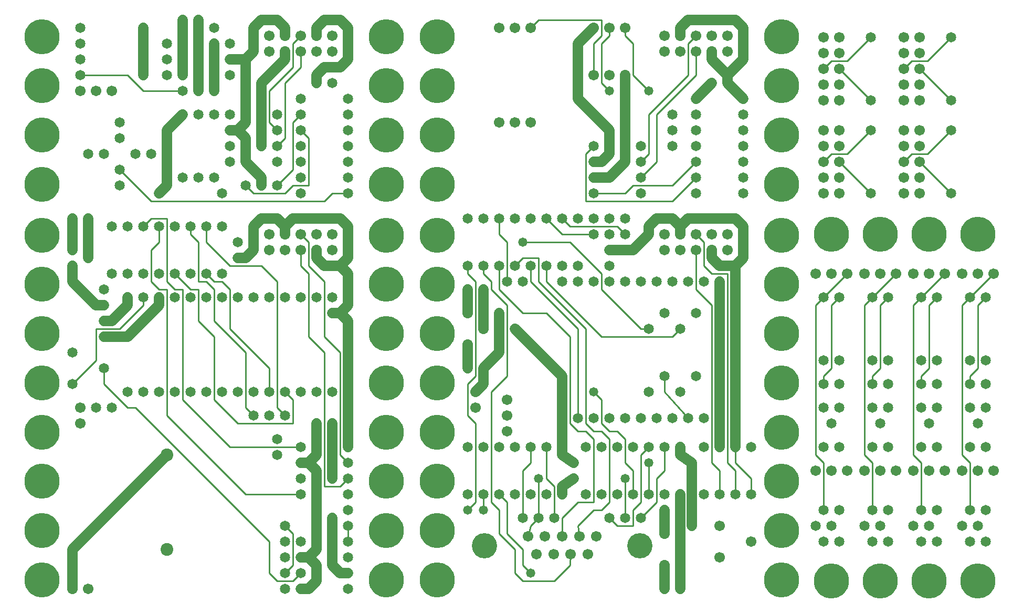
<source format=gbl>
%MOIN*%
%FSLAX25Y25*%
G04 D10 used for Character Trace; *
G04     Circle (OD=.01000) (No hole)*
G04 D11 used for Power Trace; *
G04     Circle (OD=.06500) (No hole)*
G04 D12 used for Signal Trace; *
G04     Circle (OD=.01100) (No hole)*
G04 D13 used for Via; *
G04     Circle (OD=.05800) (Round. Hole ID=.02800)*
G04 D14 used for Component hole; *
G04     Circle (OD=.06500) (Round. Hole ID=.03500)*
G04 D15 used for Component hole; *
G04     Circle (OD=.06700) (Round. Hole ID=.04300)*
G04 D16 used for Component hole; *
G04     Circle (OD=.08100) (Round. Hole ID=.05100)*
G04 D17 used for Component hole; *
G04     Circle (OD=.08900) (Round. Hole ID=.05900)*
G04 D18 used for Component hole; *
G04     Circle (OD=.11300) (Round. Hole ID=.08300)*
G04 D19 used for Component hole; *
G04     Circle (OD=.16000) (Round. Hole ID=.13000)*
G04 D20 used for Component hole; *
G04     Circle (OD=.18300) (Round. Hole ID=.15300)*
G04 D21 used for Component hole; *
G04     Circle (OD=.22291) (Round. Hole ID=.19291)*
%ADD10C,.01000*%
%ADD11C,.06500*%
%ADD12C,.01100*%
%ADD13C,.05800*%
%ADD14C,.06500*%
%ADD15C,.06700*%
%ADD16C,.08100*%
%ADD17C,.08900*%
%ADD18C,.11300*%
%ADD19C,.16000*%
%ADD20C,.18300*%
%ADD21C,.22291*%
%IPPOS*%
%LPD*%
G90*X0Y0D02*D21*X15625Y15625D03*D11*              
X35000Y35000D02*Y10000D01*D15*D03*X45000D03*D11*  
X35000Y35000D02*X95000Y95000D01*D16*D03*D12*      
Y200000D02*Y120000D01*X90000Y200000D02*X95000D01* 
X85000Y205000D02*X90000Y200000D01*                
X85000Y225000D02*Y205000D01*Y225000D02*           
X90000Y230000D01*Y240000D01*D14*D03*D12*          
X85000Y245000D02*X95000D01*X80000Y240000D02*      
X85000Y245000D01*D14*X80000Y240000D03*X70000D03*  
D12*X95000Y245000D02*Y205000D01*X100000Y200000D01*
X105000D01*Y130000D01*X135000Y100000D01*          
X180000D01*D14*D03*D11*X185000Y90000D02*          
X190000Y95000D01*X180000Y90000D02*X185000D01*D14* 
X180000D03*D11*X185000D02*X190000Y85000D01*       
Y55000D01*D14*D03*D11*Y35000D01*X185000Y30000D01* 
X180000D01*D14*D03*D12*X170000Y20000D02*          
X175000Y25000D01*D14*X170000Y20000D03*D12*        
X165000Y15000D02*X175000D01*X160000Y20000D02*     
X165000Y15000D01*X160000Y40000D02*Y20000D01*      
X75000Y125000D02*X160000Y40000D01*                
X70000Y125000D02*X75000D01*X55000Y140000D02*      
X70000Y125000D01*X55000Y150000D02*Y140000D01*D14* 
Y150000D03*D12*X35000Y140000D02*X50000Y155000D01* 
D14*X35000Y140000D03*X50000Y125000D03*D12*        
Y175000D02*Y155000D01*Y175000D02*X65000D01*       
X80000Y190000D01*Y195000D01*D14*D03*D11*          
X70000Y170000D02*X90000Y190000D01*                
X55000Y170000D02*X70000D01*D14*X55000D03*D11*     
Y180000D02*X60000D01*D14*X55000D03*D11*X60000D02* 
X70000Y190000D01*Y195000D01*D14*D03*              
X80000Y210000D03*X55000Y200000D03*                
X70000Y210000D03*X55000Y190000D03*D11*X50000D01*  
X35000Y205000D01*Y215000D01*D14*D03*Y225000D03*   
D11*Y245000D01*D14*D03*X45000D03*D11*Y220000D01*  
D14*D03*X60000Y210000D03*Y240000D03*D21*          
X15625Y234375D03*Y203125D03*D11*X90000Y195000D02* 
Y190000D01*D14*Y195000D03*X100000D03*Y210000D03*  
D12*X110000Y200000D01*X115000D01*Y180000D01*      
X125000Y170000D01*Y130000D01*X140000Y115000D01*   
X175000D01*Y130000D01*X170000Y135000D01*D14*D03*  
D12*X165000Y205000D02*Y125000D01*                 
X155000Y215000D02*X165000Y205000D01*              
X135000Y215000D02*X155000D01*X120000Y230000D02*   
X135000Y215000D01*X120000Y240000D02*Y230000D01*   
D14*Y240000D03*D12*X110000Y235000D02*             
X115000Y230000D01*X110000Y240000D02*Y235000D01*   
D14*Y240000D03*X100000D03*D12*X115000Y230000D02*  
Y205000D01*X120000D01*X125000Y200000D01*          
Y180000D01*X145000Y160000D01*Y125000D01*          
X150000Y120000D01*D14*D03*X160000D03*             
X165000Y105000D03*X160000Y135000D03*D12*          
Y150000D01*X135000Y175000D01*Y200000D01*          
X130000Y205000D01*X125000D01*X120000Y210000D01*   
D14*D03*X130000D03*X110000D03*Y195000D03*         
X120000D03*X130000D03*X140000Y230000D03*          
Y195000D03*Y220000D03*D11*X145000D01*             
X150000Y225000D01*Y240000D01*X155000Y245000D01*   
X165000D01*X170000Y240000D01*Y235000D01*D15*D03*  
D11*Y240000D02*X175000Y245000D01*X205000D01*      
X210000Y240000D01*Y220000D01*X205000Y215000D01*   
X195000D01*X190000Y220000D01*Y225000D01*D15*D03*  
D12*X180000Y235000D02*X185000Y230000D01*D15*      
X180000Y235000D03*D12*X185000Y230000D02*          
Y215000D01*X195000Y205000D01*Y170000D01*          
X205000Y160000D01*Y95000D01*X210000Y90000D01*D14* 
D03*D13*X200000Y80000D03*D11*Y115000D01*D14*D03*  
X190000D03*D11*Y95000D01*D14*X180000Y80000D03*    
X210000D03*D12*X205000Y75000D01*X195000D01*       
Y160000D01*X185000Y170000D01*Y210000D01*          
X180000Y215000D01*Y225000D01*D15*D03*             
X190000Y235000D03*X170000Y225000D03*              
X160000Y235000D03*X200000Y225000D03*X160000D03*   
X200000Y235000D03*D11*X205000Y215000D02*          
X210000Y210000D01*Y190000D01*X205000Y185000D01*   
X200000D01*D13*D03*D11*X205000D02*                
X210000Y180000D01*Y100000D01*D14*D03*D21*         
X234375Y78125D03*Y109375D03*D14*X180000Y70000D03* 
D12*X145000D01*X95000Y120000D01*D14*              
X110000Y135000D03*X80000D03*X100000D03*X90000D03* 
X70000D03*X120000D03*X60000Y125000D03*            
X130000Y135000D03*X140000D03*D15*X40000Y125000D03*
Y115000D03*D14*X150000Y135000D03*X35000Y160000D03*
X165000Y95000D03*D12*Y125000D02*X170000Y120000D01*
D14*D03*X180000Y135000D03*X190000D03*X200000D03*  
X210000Y70000D03*Y60000D03*D21*X234375Y140625D03* 
D14*X200000Y55000D03*D11*Y25000D01*               
X205000Y20000D01*X210000D01*D14*D03*Y30000D03*    
Y10000D03*D11*X185000Y30000D02*X190000Y25000D01*  
Y15000D01*X185000Y10000D01*X180000D01*D14*D03*D12*
X175000Y15000D02*X180000Y20000D01*D14*D03*D12*    
X175000Y45000D02*Y25000D01*X170000Y50000D02*      
X175000Y45000D01*D14*X170000Y50000D03*            
X180000Y40000D03*X170000D03*Y30000D03*            
X210000Y40000D03*D12*Y50000D01*D14*D03*D21*       
X234375Y46875D03*Y15625D03*D14*X170000Y10000D03*  
D16*X95000Y35000D03*D21*X234375Y171875D03*D14*    
X200000Y195000D03*X190000D03*X180000D03*          
X170000D03*X160000D03*X150000D03*D21*             
X234375Y203125D03*D14*X90000Y210000D03*D21*       
X234375Y234375D03*D14*X130000Y240000D03*D21*      
X15625Y171875D03*Y140625D03*Y109375D03*Y78125D03* 
Y46875D03*G90*X0Y1000D02*D12*X85000Y256000D02*    
X195000D01*X65000Y276000D02*X85000Y256000D01*D14* 
X65000Y276000D03*X75000Y286000D03*X55000D03*      
X65000Y266000D03*X45000Y286000D03*                
X65000Y296000D03*X85000Y286000D03*                
X90000Y261000D03*D11*X95000Y266000D01*Y301000D01* 
X105000Y311000D01*D14*D03*X115000D03*Y326000D03*  
D11*Y346000D01*D13*D03*D11*Y366000D01*D14*D03*D11*
Y371000D01*D14*X125000Y366000D03*D11*             
X105000Y371000D02*Y366000D01*D14*D03*D11*         
Y356000D01*D13*D03*D11*Y336000D01*D13*D03*D14*    
X95000Y346000D03*Y336000D03*X105000Y326000D03*D12*
X80000D01*X70000Y336000D01*X40000D01*D14*D03*D15* 
X50000Y326000D03*D14*X40000Y346000D03*D15*        
Y326000D03*X60000D03*D14*X40000Y356000D03*D21*    
X15625Y360375D03*Y329125D03*D14*X40000Y366000D03* 
X65000Y306000D03*D21*X15625Y297875D03*D14*        
X80000Y336000D03*D11*Y346000D01*D14*D03*D11*      
Y356000D01*D14*D03*D11*Y366000D01*D14*D03*        
X95000Y356000D03*X125000Y326000D03*D11*Y336000D01*
D13*D03*D11*Y356000D01*D13*D03*D14*               
X135000Y346000D03*D11*X145000D01*Y321000D01*D14*  
D03*D11*Y306000D01*X140000Y301000D01*X135000D01*  
D14*D03*D11*X140000D02*X145000Y296000D01*         
Y281000D01*X155000Y271000D01*Y266000D01*D14*D03*  
D12*X145000D02*X150000Y261000D01*D14*             
X145000Y266000D03*D12*X150000Y261000D02*          
X170000D01*X175000Y266000D01*X185000D01*          
Y296000D01*X180000Y301000D01*D14*D03*D12*         
X175000Y306000D02*Y276000D01*X165000Y266000D01*   
D14*D03*X180000Y281000D03*Y261000D03*             
X165000Y281000D03*X180000Y271000D03*Y291000D03*   
X165000D03*D12*X170000Y296000D01*Y331000D01*      
X180000Y341000D01*Y351000D01*D15*D03*D12*         
X175000Y356000D02*Y341000D01*X160000Y326000D01*   
Y306000D01*X165000Y301000D01*D14*D03*D13*         
X155000Y291000D03*D11*Y321000D01*D14*D03*D11*     
Y331000D01*X170000Y346000D01*Y351000D01*D15*D03*  
D12*X175000Y356000D02*X180000Y361000D01*D15*D03*  
X190000Y351000D03*D11*X165000Y371000D02*          
X170000Y366000D01*X155000Y371000D02*X165000D01*   
X150000Y366000D02*X155000Y371000D01*              
X150000Y366000D02*Y351000D01*X145000Y346000D01*   
D14*X135000Y356000D03*Y336000D03*D15*             
X160000Y361000D03*Y351000D03*X170000Y361000D03*   
D11*Y366000D01*D15*X190000Y361000D03*D11*         
Y366000D01*X195000Y371000D01*X205000D01*          
X210000Y366000D01*Y346000D01*X205000Y341000D01*   
X195000D01*X190000Y336000D01*Y331000D01*D14*D03*  
X180000Y321000D03*X200000Y331000D03*              
X210000Y311000D03*Y321000D03*D15*                 
X200000Y351000D03*D14*X180000Y311000D03*D12*      
X175000Y306000D01*D14*X165000Y311000D03*          
X210000Y271000D03*Y281000D03*Y291000D03*          
Y301000D03*X135000Y311000D03*Y291000D03*          
Y281000D03*X130000Y261000D03*D12*                 
X195000Y256000D02*X200000Y261000D01*X210000D01*   
D14*D03*D21*X234375Y266625D03*Y297875D03*         
Y329125D03*D14*X125000Y311000D03*Y271000D03*      
X115000D03*D21*X234375Y360375D03*D15*             
X200000Y361000D03*D14*X105000Y271000D03*D21*      
X15625Y266625D03*G90*X1000Y0D02*X266625Y15625D03* 
Y46875D03*Y78125D03*Y109375D03*Y140625D03*        
Y171875D03*Y203125D03*Y234375D03*D13*             
X286000Y60000D03*D12*X291000Y65000D01*Y115000D01* 
X286000Y120000D01*Y140000D01*X291000Y145000D01*   
Y205000D01*X286000Y210000D01*Y215000D01*D14*D03*  
D12*X296000D02*Y210000D01*D14*Y215000D03*D12*     
Y210000D02*X301000Y205000D01*Y200000D01*          
X311000Y190000D01*Y145000D01*X301000Y135000D01*   
Y65000D01*X306000Y60000D01*Y45000D01*             
X316000Y35000D01*Y20000D01*X321000Y15000D01*      
X341000D01*X351000Y25000D01*X351400Y31800D01*D15* 
D03*X362300D03*X340600D03*X367800Y43100D03*       
X335100D03*X356900D03*D12*X356000Y50000D01*       
X366000Y60000D01*X371000D01*X376000Y65000D01*     
Y105000D01*X371000Y110000D01*X366000D01*          
X361000Y115000D01*Y175000D01*X331000Y205000D01*   
Y220000D01*X321000D01*X316000Y215000D01*D14*D03*  
D12*X326000D02*Y205000D01*D14*Y215000D03*D12*     
X336000D02*Y205000D01*D14*Y215000D03*             
X346000Y205000D03*D12*X326000D02*                 
X356000Y175000D01*Y118400D01*D14*D03*D12*         
X351000Y170000D02*Y115000D01*X336000Y185000D02*   
X351000Y170000D01*X321000Y185000D02*X336000D01*   
X306000Y200000D02*X321000Y185000D01*              
X306000Y215000D02*Y200000D01*D14*Y215000D03*      
X311000Y205000D03*D12*Y230000D01*                 
X306000Y235000D01*Y245000D01*D14*D03*X316000D03*  
X296000D03*D13*X321000Y230000D03*D12*X351000D01*  
X371000Y210000D01*Y200000D01*X396000Y175000D01*   
X401000D01*D14*D03*X411000Y185000D03*D12*         
X371000Y170000D02*X416000D01*X336000Y205000D02*   
X371000Y170000D01*D14*X346000Y215000D03*          
X321000Y205000D03*X356000D03*Y215000D03*          
X366000Y235000D03*D12*X346000D01*                 
X336000Y245000D01*D14*D03*X346000D03*D12*         
X351000Y240000D01*X381000D01*X386000Y235000D01*   
D14*D03*X376000Y245000D03*Y225000D03*D11*         
X391000D01*X401000Y235000D01*Y240000D01*          
X406000Y245000D01*X416000D01*X421000Y240000D01*   
Y235000D01*D15*D03*D11*Y240000D02*                
X426000Y245000D01*X456000D01*X461000Y240000D01*   
Y220000D01*X456000Y215000D01*X446000D01*          
X441000Y220000D01*Y225000D01*D15*D03*D12*         
X431000Y235000D02*X436000Y230000D01*D15*          
X431000Y235000D03*D12*X436000Y230000D02*          
Y215000D01*X441000Y210000D01*X451000D01*Y90000D01*
X456000Y85000D01*Y70000D01*D14*D03*D12*Y90000D02* 
X466000Y80000D01*X456000Y100000D02*Y90000D01*D14* 
Y100000D03*D11*Y110000D01*D14*D03*D11*Y185000D01* 
D13*D03*D11*Y215000D01*D13*X446000Y205000D03*D11* 
Y110000D01*D14*D03*D11*Y100000D01*D14*D03*D12*    
X441000Y190000D02*Y90000D01*X431000Y200000D02*    
X441000Y190000D01*X431000Y225000D02*Y200000D01*   
D15*Y225000D03*X441000Y235000D03*                 
X421000Y225000D03*D14*X416000Y205000D03*D15*      
X411000Y235000D03*D14*X426000Y205000D03*D15*      
X451000Y225000D03*X411000D03*D14*                 
X436000Y205000D03*D15*X451000Y235000D03*D14*      
X406000Y205000D03*X396000D03*X431000Y185000D03*   
X386000Y245000D03*Y205000D03*X421000Y175000D03*   
D12*X416000Y170000D01*D14*X411000Y145000D03*D12*  
Y135000D01*X426000Y118400D01*D14*D03*X436000D03*  
X416000D03*X421000Y135000D03*X411000Y100000D03*   
D12*Y85000D01*X406000Y80000D01*Y65000D01*         
X396000Y55000D01*D14*D03*D12*X391000Y60000D02*    
Y50000D01*X381000D01*X376000Y55000D01*D14*D03*D12*
X356000Y65000D02*X366000D01*X346000Y55000D02*     
X356000Y65000D01*X346000Y55000D02*Y43100D01*D15*  
D03*D14*X341000Y55000D03*D12*Y75000D01*           
X336000Y80000D01*Y100000D01*D14*D03*D12*          
X321000Y85000D02*X326000Y90000D01*                
X321000Y85000D02*Y55000D01*D14*D03*D12*           
X326000Y50000D02*X324200Y43100D01*D15*D03*D12*    
X326000Y50000D02*X331000Y55000D01*D14*D03*D12*    
Y80000D01*D13*D03*D14*X326000Y70000D03*D12*       
Y100000D02*Y90000D01*D14*Y100000D03*X316000D03*   
D15*X311000Y110000D03*D14*X346000Y118400D03*D11*  
Y145000D01*X316000Y175000D01*D13*D03*             
X306000Y185000D03*D11*Y160000D01*                 
X296000Y150000D01*D14*D03*D11*Y140000D01*         
X291000Y135000D01*D15*D03*Y125000D03*D14*         
X286000Y150000D03*D11*Y165000D01*D15*D03*         
X296000Y175000D03*D11*Y200000D01*D14*D03*         
X286000D03*D11*Y185000D01*D15*D03*                
X311000Y130000D03*D14*X326000Y245000D03*          
X286000D03*D15*X311000Y120000D03*D11*             
X346000Y118400D02*Y100000D01*D14*D03*D11*         
Y95000D01*X353500Y90000D01*D14*D03*               
X361000Y100000D03*X353500Y80000D03*D11*           
X346000Y75000D01*Y70000D01*D14*D03*X336000D03*    
X361000D03*D12*X366000Y105000D02*Y65000D01*       
X361000Y110000D02*X366000Y105000D01*              
X356000Y110000D02*X361000D01*X351000Y115000D02*   
X356000Y110000D01*D14*X366000Y118400D03*          
X371000Y100000D03*D13*X366000Y135000D03*D12*      
X371000Y130000D01*Y115000D01*X376000Y110000D01*   
X381000D01*X386000Y105000D01*Y90000D01*           
X391000Y85000D01*Y70000D01*D14*D03*D12*Y60000D02* 
X396000Y65000D01*Y95000D01*X401000Y100000D01*D14* 
D03*X391000D03*D13*X401000Y90000D03*D12*Y70000D01*
D14*D03*X411000Y60000D03*D11*Y45000D01*D15*D03*   
X421000Y35000D03*D11*Y60000D01*D14*D03*D11*       
Y70000D01*D14*D03*X411000D03*X436000D03*D12*      
X441000Y90000D02*X446000Y85000D01*Y70000D01*D14*  
D03*D11*X421000Y95000D02*X428500Y90000D01*        
X421000Y100000D02*Y95000D01*D14*Y100000D03*D11*   
X428500Y90000D02*Y50000D01*D13*D03*D11*           
X421000Y35000D02*Y10000D01*D14*D03*X411000D03*D11*
Y25000D01*D15*D03*D19*X395200Y37400D03*D14*       
X386000Y55000D03*D12*Y80000D01*D13*D03*D14*       
X381000Y70000D03*X371000D03*X381000Y100000D03*    
X406000Y118400D03*X396000D03*X386000D03*          
X376000D03*X436000Y100000D03*X401000Y135000D03*   
D15*X329700Y31800D03*D13*X326000Y20000D03*D12*    
X321000Y25000D01*Y35000D01*X311000Y45000D01*      
Y65000D01*X306000Y70000D01*D14*D03*D13*           
X296000Y60000D03*D12*Y70000D01*D14*D03*X286000D03*
X316000D03*X306000Y100000D03*X296000D03*          
X286000D03*D19*X296800Y37400D03*D14*              
X376000Y205000D03*X366000D03*X431000Y145000D03*   
X376000Y215000D03*D15*X446000Y30000D03*Y50000D03* 
D14*X376000Y235000D03*D15*X466000Y40000D03*D14*   
Y70000D03*D12*Y80000D01*D21*X485375Y78125D03*D14* 
X466000Y100000D03*D21*X485375Y109375D03*Y46875D03*
Y140625D03*Y15625D03*Y171875D03*Y203125D03*       
Y234375D03*D14*X366000Y245000D03*X356000D03*G90*  
X1000Y1000D02*D21*X266625Y266625D03*Y297875D03*   
D15*X306000Y306000D03*X316000D03*X326000D03*D21*  
X266625Y329125D03*D11*X356000Y356000D02*          
Y321000D01*X376000Y301000D01*D14*D03*D11*         
Y286000D01*X371000Y281000D01*X366000D01*D14*D03*  
D12*X361000Y286000D02*Y256000D01*X416000D01*      
X431000Y271000D01*D14*D03*Y281000D03*D12*         
X416000Y266000D01*X391000D01*X386000Y261000D01*   
X366000D01*D14*D03*D11*Y271000D02*X376000D01*D14* 
X366000D03*D11*X376000D02*X386000Y281000D01*      
Y301000D01*D14*D03*D11*Y336000D01*D15*D03*D12*    
X391000Y356000D02*Y336000D01*X386000Y361000D02*   
X391000Y356000D01*X386000Y366000D02*Y361000D01*   
D15*Y366000D03*X376000D03*D12*Y361000D01*         
X371000Y356000D01*Y331000D01*X376000Y326000D01*   
D13*D03*D15*X366000Y336000D03*D12*Y356000D01*     
X371000Y361000D01*Y371000D01*X331000D01*          
X326000Y366000D01*D15*D03*X316000D03*X306000D03*  
D11*X356000Y356000D02*X366000Y366000D01*D15*D03*  
X376000Y336000D03*D12*X391000D02*                 
X401000Y326000D01*D13*D03*D14*X416000Y311000D03*  
D12*X401000D02*Y286000D01*X396000Y281000D01*D14*  
D03*D12*Y271000D02*X406000Y281000D01*D14*         
X396000Y271000D03*D12*X406000Y311000D02*          
Y281000D01*Y311000D02*X431000Y336000D01*          
Y351000D01*D15*D03*D12*X426000Y356000D02*         
Y336000D01*X401000Y311000D01*D14*                 
X416000Y301000D03*X396000Y291000D03*X416000D03*   
X431000D03*Y301000D03*Y311000D03*Y321000D03*D11*  
X441000Y331000D01*D14*D03*X451000D03*D11*         
Y336000D01*X441000Y346000D01*Y351000D01*D15*D03*  
X451000Y361000D03*X431000D03*D12*                 
X426000Y356000D01*D15*X421000Y361000D03*D11*      
Y366000D01*X426000Y371000D01*X456000D01*          
X461000Y366000D01*Y346000D01*X451000Y336000D01*   
Y331000D02*X461000Y321000D01*D14*D03*Y311000D03*  
Y301000D03*D21*X485375Y297875D03*Y329125D03*D14*  
X461000Y291000D03*D15*X451000Y351000D03*          
X421000D03*D21*X485375Y360375D03*D14*             
X461000Y281000D03*D15*X441000Y361000D03*          
X411000D03*Y351000D03*D14*X461000Y271000D03*D21*  
X485375Y266625D03*D14*X431000Y261000D03*          
X461000D03*X396000D03*X366000Y291000D03*D12*      
X361000Y286000D01*D21*X266625Y360375D03*G90*      
X2000Y0D02*D14*X507000Y50000D03*D15*Y85000D03*D12*
X512000Y90000D02*X507000Y95000D01*                
X512000Y60000D02*Y90000D01*D14*Y60000D03*         
X522000D03*X517000Y50000D03*X512000Y40000D03*     
X522000D03*D15*X527000Y85000D03*X517000D03*D12*   
X507000Y95000D02*Y190000D01*X512000Y195000D01*D14*
D03*D12*X527000Y210000D01*D15*D03*X517000D03*D14* 
X522000Y195000D03*D12*X517000Y190000D01*          
Y150000D01*X512000Y145000D01*Y140000D01*D14*D03*  
X522000D03*Y155000D03*X512000D03*Y125000D03*      
X522000D03*X517000Y115000D03*X512000Y100000D03*   
X522000D03*D15*X507000Y210000D03*D21*             
X517000Y235000D03*Y15000D03*G90*X2000Y1000D02*D15*
X512000Y261000D03*Y271000D03*Y281000D03*D12*      
X517000Y286000D01*X527000D01*X542000Y301000D01*   
D14*D03*D15*X522000Y281000D03*D12*                
X542000Y261000D01*D14*D03*D15*X522000Y271000D03*  
Y261000D03*X512000Y291000D03*X522000D03*          
Y301000D03*X512000D03*G90*X2000Y0D02*             
X512000Y320000D03*Y330000D03*Y340000D03*D12*      
X517000Y345000D01*X527000D01*X542000Y360000D01*   
D14*D03*D15*X522000Y340000D03*D12*                
X542000Y320000D01*D14*D03*D15*X522000Y330000D03*  
Y320000D03*X512000Y350000D03*X522000D03*          
Y360000D03*X512000D03*G90*X3000Y1000D02*          
X563000Y261000D03*Y271000D03*Y281000D03*D12*      
X568000Y286000D01*X578000D01*X593000Y301000D01*   
D14*D03*D15*X573000Y281000D03*D12*                
X593000Y261000D01*D14*D03*D15*X573000Y271000D03*  
Y261000D03*X563000Y291000D03*X573000D03*          
Y301000D03*X563000D03*G90*X3000Y0D02*             
X563000Y320000D03*Y330000D03*Y340000D03*D12*      
X568000Y345000D01*X578000D01*X593000Y360000D01*   
D14*D03*D15*X573000Y340000D03*D12*                
X593000Y320000D01*D14*D03*D15*X573000Y330000D03*  
Y320000D03*X563000Y350000D03*X573000D03*          
Y360000D03*X563000D03*G90*X3000Y0D02*D14*         
X538000Y50000D03*D15*Y85000D03*D12*               
X543000Y90000D02*X538000Y95000D01*                
X543000Y60000D02*Y90000D01*D14*Y60000D03*         
X553000D03*X548000Y50000D03*X543000Y40000D03*     
X553000D03*D15*X558000Y85000D03*X548000D03*D12*   
X538000Y95000D02*Y190000D01*X543000Y195000D01*D14*
D03*D12*X558000Y210000D01*D15*D03*X548000D03*D14* 
X553000Y195000D03*D12*X548000Y190000D01*          
Y150000D01*X543000Y145000D01*Y140000D01*D14*D03*  
X553000D03*Y155000D03*X543000D03*Y125000D03*      
X553000D03*X548000Y115000D03*X543000Y100000D03*   
X553000D03*D15*X538000Y210000D03*D21*             
X548000Y235000D03*Y15000D03*G90*X4000Y0D02*D14*   
X569000Y50000D03*D15*Y85000D03*D12*               
X574000Y90000D02*X569000Y95000D01*                
X574000Y60000D02*Y90000D01*D14*Y60000D03*         
X584000D03*X579000Y50000D03*X574000Y40000D03*     
X584000D03*D15*X589000Y85000D03*X579000D03*D12*   
X569000Y95000D02*Y190000D01*X574000Y195000D01*D14*
D03*D12*X589000Y210000D01*D15*D03*X579000D03*D14* 
X584000Y195000D03*D12*X579000Y190000D01*          
Y150000D01*X574000Y145000D01*Y140000D01*D14*D03*  
X584000D03*Y155000D03*X574000D03*Y125000D03*      
X584000D03*X579000Y115000D03*X574000Y100000D03*   
X584000D03*D15*X569000Y210000D03*D21*             
X579000Y235000D03*Y15000D03*G90*X0Y0D02*D14*      
X600000Y50000D03*D15*Y85000D03*D12*               
X605000Y90000D02*X600000Y95000D01*                
X605000Y60000D02*Y90000D01*D14*Y60000D03*         
X615000D03*X610000Y50000D03*X605000Y40000D03*     
X615000D03*D15*X620000Y85000D03*X610000D03*D12*   
X600000Y95000D02*Y190000D01*X605000Y195000D01*D14*
D03*D12*X620000Y210000D01*D15*D03*X610000D03*D14* 
X615000Y195000D03*D12*X610000Y190000D01*          
Y150000D01*X605000Y145000D01*Y140000D01*D14*D03*  
X615000D03*Y155000D03*X605000D03*Y125000D03*      
X615000D03*X610000Y115000D03*X605000Y100000D03*   
X615000D03*D15*X600000Y210000D03*D21*             
X610000Y235000D03*Y15000D03*M02*                  

</source>
